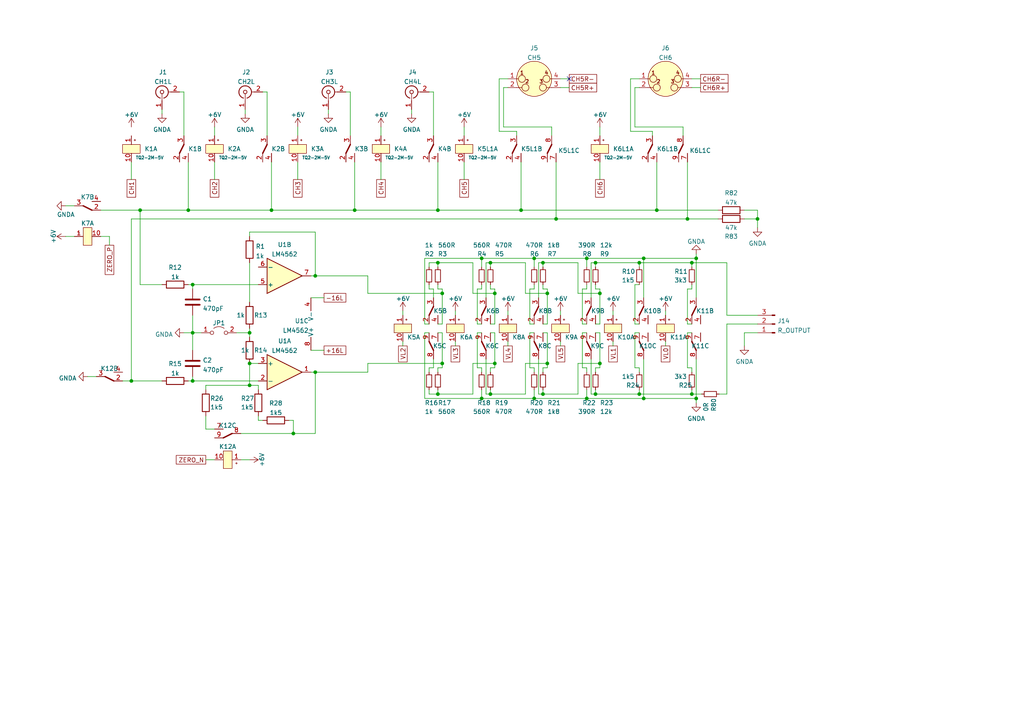
<source format=kicad_sch>
(kicad_sch (version 20211123) (generator eeschema)
  (paper "A4")
  (lib_symbols
    (symbol "Amplifier_Operational:LM4562" (pin_names (offset 0.127))
      (property "Reference" "U" (at 0 5.08 0))
      (property "Value" "LM4562" (at 0 -5.08 0))
      (symbol "LM4562_1_1"
        (pin output line (at 7.62 0 180) (length 2.54) (name "~") (number "1"))
        (pin input line (at -7.62 -2.54 0) (length 2.54) (name "-") (number "2"))
        (pin input line (at -7.62 2.54 0) (length 2.54) (name "+") (number "3"))
      )
      (symbol "LM4562_2_1"
        (pin input line (at -7.62 2.54 0) (length 2.54) (name "+") (number "5"))
        (pin input line (at -7.62 -2.54 0) (length 2.54) (name "-") (number "6"))
        (pin output line (at 7.62 0 180) (length 2.54) (name "~") (number "7"))
      )
      (symbol "LM4562_3_1"
        (pin power_in line (at -2.54 -7.62 90) (length 3.81) (name "V-") (number "4"))
        (pin power_in line (at -2.54 7.62 270) (length 3.81) (name "V+") (number "8"))
      )
    )
    (symbol "Connector:Conn_01x03_Male" (pin_names (offset 1.016) hide)
      (property "Reference" "J" (at 0 5.08 0))
      (property "Value" "Conn_01x03_Male" (at 0 -5.08 0))
      (symbol "Conn_01x03_Male_1_1"
        (pin passive line (at 5.08 2.54 180) (length 3.81) (name "Pin_1") (number "1"))
        (pin passive line (at 5.08 0 180) (length 3.81) (name "Pin_2") (number "2"))
        (pin passive line (at 5.08 -2.54 180) (length 3.81) (name "Pin_3") (number "3"))
      )
    )
    (symbol "Connector:Conn_Coaxial" (pin_names (offset 1.016) hide)
      (property "Reference" "J" (at 0.254 3.048 0))
      (property "Value" "Conn_Coaxial" (at 2.921 0 90))
      (symbol "Conn_Coaxial_1_1"
        (pin passive line (at -5.08 0 0) (length 2.54) (name "In") (number "1"))
        (pin passive line (at 0 -5.08 90) (length 2.54) (name "Ext") (number "2"))
      )
    )
    (symbol "Connector:XLR4" (pin_names hide)
      (property "Reference" "J" (at 0 8.89 0))
      (property "Value" "XLR4" (at 0 6.35 0))
      (symbol "XLR4_0_1"
        (text "1" (at -3.556 1.778 0) (effects (font (size 1.016 1.016) bold)))
        (text "2" (at -2.032 -0.762 0) (effects (font (size 1.016 1.016) bold)))
        (text "3" (at 2.032 -0.762 0) (effects (font (size 1.016 1.016) bold)))
        (text "4" (at 3.556 1.778 0) (effects (font (size 1.016 1.016) bold)))
      )
      (symbol "XLR4_1_1"
        (pin passive line (at -7.62 0 0) (length 2.54) (name "~") (number "1"))
        (pin passive line (at -7.62 -2.54 0) (length 2.54) (name "~") (number "2"))
        (pin passive line (at 7.62 -2.54 180) (length 2.54) (name "~") (number "3"))
        (pin passive line (at 7.62 0 180) (length 2.54) (name "~") (number "4"))
      )
    )
    (symbol "Device:C" (pin_numbers hide) (pin_names (offset 0.254))
      (property "Reference" "C" (at 0.635 2.54 0))
      (property "Value" "C" (at 0.635 -2.54 0))
      (symbol "C_1_1"
        (pin passive line (at 0 3.81 270) (length 2.794) (name "~") (number "1"))
        (pin passive line (at 0 -3.81 90) (length 2.794) (name "~") (number "2"))
      )
    )
    (symbol "Device:R" (pin_numbers hide) (pin_names (offset 0))
      (property "Reference" "R" (at 2.032 0 90))
      (property "Value" "R" (at 0 0 90))
      (symbol "R_1_1"
        (pin passive line (at 0 3.81 270) (length 1.27) (name "~") (number "1"))
        (pin passive line (at 0 -3.81 90) (length 1.27) (name "~") (number "2"))
      )
    )
    (symbol "Device:R_Small" (pin_numbers hide) (pin_names (offset 0.254) hide)
      (property "Reference" "R" (at 0.762 0.508 0))
      (property "Value" "R_Small" (at 0.762 -1.016 0))
      (symbol "R_Small_1_1"
        (pin passive line (at 0 2.54 270) (length 0.762) (name "~") (number "1"))
        (pin passive line (at 0 -2.54 90) (length 0.762) (name "~") (number "2"))
      )
    )
    (symbol "Jumper:Jumper_2_Open" (pin_names (offset 0) hide)
      (property "Reference" "JP" (at 0 2.794 0))
      (property "Value" "Jumper_2_Open" (at 0 -2.286 0))
      (symbol "Jumper_2_Open_1_1"
        (pin passive line (at -5.08 0 0) (length 2.54) (name "A") (number "1"))
        (pin passive line (at 5.08 0 180) (length 2.54) (name "B") (number "2"))
      )
    )
    (symbol "pinny:TQ2-2M-5V"
      (property "Reference" "K" (at 23.495 -10.16 0))
      (property "Value" "TQ2-2M-5V" (at 25.146 -15.24 0))
      (symbol "TQ2-2M-5V_1_1"
        (pin passive line (at 20.32 -8.89 270) (length 2.54) (name "") (number "1"))
        (pin passive line (at 20.32 -16.51 90) (length 2.54) (name "~") (number "10"))
      )
      (symbol "TQ2-2M-5V_2_1"
        (pin passive line (at 19.05 -16.51 90) (length 2.54) (name "") (number "2"))
        (pin passive line (at 20.32 -8.89 270) (length 2.54) (name "") (number "3"))
        (pin passive line (at 21.59 -16.51 90) (length 2.54) (name "") (number "4"))
      )
      (symbol "TQ2-2M-5V_3_1"
        (pin passive line (at 21.59 -16.51 90) (length 2.54) (name "") (number "7"))
        (pin passive line (at 20.32 -8.89 270) (length 2.54) (name "") (number "8"))
        (pin passive line (at 19.05 -16.51 90) (length 2.54) (name "") (number "9"))
      )
    )
    (symbol "power:+6V" (power) (pin_names (offset 0))
      (property "Value" "+6V" (at 0 3.556 0))
      (symbol "+6V_1_1"
        (pin power_in line (at 0 0 90) (length 0) hide (name "+6V") (number "1"))
      )
    )
    (symbol "power:GNDA" (power) (pin_names (offset 0))
      (property "Value" "GNDA" (at 0 -3.81 0))
      (symbol "GNDA_1_1"
        (pin power_in line (at 0 0 270) (length 0) hide (name "GNDA") (number "1"))
      )
    )
  )
  (junction (at 173.99 85.09))
  (junction (at 55.88 82.55))
  (junction (at 200.66 76.2))
  (junction (at 219.71 63.5))
  (junction (at 72.39 105.41))
  (junction (at 127 60.96))
  (junction (at 142.24 76.2))
  (junction (at 55.88 96.52))
  (junction (at 102.87 60.96))
  (junction (at 54.61 60.96))
  (junction (at 85.09 125.73))
  (junction (at 186.69 115.57))
  (junction (at 186.69 74.93))
  (junction (at 78.74 60.96))
  (junction (at 91.44 107.95))
  (junction (at 143.51 85.09))
  (junction (at 199.39 63.5))
  (junction (at 161.29 63.5))
  (junction (at 154.94 115.57))
  (junction (at 173.99 105.41))
  (junction (at 127 76.2))
  (junction (at 72.39 96.52))
  (junction (at 157.48 76.2))
  (junction (at 91.44 80.01))
  (junction (at 72.39 111.76))
  (junction (at 200.66 114.3))
  (junction (at 40.64 60.96))
  (junction (at 55.88 110.49))
  (junction (at 151.13 60.96))
  (junction (at 139.7 74.93))
  (junction (at 139.7 115.57))
  (junction (at 128.27 105.41))
  (junction (at 170.18 74.93))
  (junction (at 190.5 60.96))
  (junction (at 127 114.3))
  (junction (at 154.94 74.93))
  (junction (at 128.27 85.09))
  (junction (at 201.93 74.93))
  (junction (at 185.42 114.3))
  (junction (at 172.72 114.3))
  (junction (at 157.48 114.3))
  (junction (at 143.51 105.41))
  (junction (at 172.72 76.2))
  (junction (at 170.18 115.57))
  (junction (at 38.1 110.49))
  (junction (at 158.75 85.09))
  (junction (at 185.42 76.2))
  (junction (at 142.24 114.3))
  (junction (at 201.93 115.57))
  (junction (at 158.75 105.41))
  (no_connect (at 165.1 22.86))
  (wire (pts (xy 72.39 111.76) (xy 74.93 111.76)))
  (wire (pts (xy 124.46 26.67) (xy 125.73 26.67)))
  (wire (pts (xy 128.27 93.98) (xy 128.27 85.09)))
  (wire (pts (xy 19.05 68.58) (xy 21.59 68.58)))
  (wire (pts (xy 55.88 82.55) (xy 74.93 82.55)))
  (wire (pts (xy 72.39 105.41) (xy 72.39 111.76)))
  (wire (pts (xy 123.19 96.52) (xy 124.46 96.52)))
  (wire (pts (xy 185.42 106.68) (xy 185.42 107.95)))
  (wire (pts (xy 138.43 93.98) (xy 138.43 83.82)))
  (wire (pts (xy 106.68 85.09) (xy 106.68 80.01)))
  (wire (pts (xy 85.09 125.73) (xy 69.85 125.73)))
  (wire (pts (xy 170.18 107.95) (xy 170.18 106.68)))
  (wire (pts (xy 85.09 121.92) (xy 85.09 125.73)))
  (wire (pts (xy 219.71 96.52) (xy 215.9 96.52)))
  (wire (pts (xy 38.1 110.49) (xy 38.1 63.5)))
  (wire (pts (xy 139.7 96.52) (xy 138.43 96.52)))
  (wire (pts (xy 106.68 107.95) (xy 91.44 107.95)))
  (wire (pts (xy 185.42 22.86) (xy 182.88 22.86)))
  (wire (pts (xy 158.75 96.52) (xy 157.48 96.52)))
  (wire (pts (xy 125.73 26.67) (xy 125.73 39.37)))
  (wire (pts (xy 219.71 63.5) (xy 219.71 66.04)))
  (wire (pts (xy 184.15 96.52) (xy 184.15 106.68)))
  (wire (pts (xy 143.51 83.82) (xy 143.51 85.09)))
  (wire (pts (xy 128.27 106.68) (xy 127 106.68)))
  (wire (pts (xy 86.36 36.83) (xy 86.36 39.37)))
  (wire (pts (xy 144.78 38.1) (xy 149.86 38.1)))
  (wire (pts (xy 147.32 99.06) (xy 147.32 100.33)))
  (wire (pts (xy 189.23 38.1) (xy 189.23 39.37)))
  (wire (pts (xy 52.07 26.67) (xy 53.34 26.67)))
  (wire (pts (xy 110.49 36.83) (xy 110.49 39.37)))
  (wire (pts (xy 143.51 85.09) (xy 143.51 93.98)))
  (wire (pts (xy 190.5 60.96) (xy 151.13 60.96)))
  (wire (pts (xy 38.1 46.99) (xy 38.1 52.07)))
  (wire (pts (xy 127 114.3) (xy 137.16 114.3)))
  (wire (pts (xy 62.23 46.99) (xy 62.23 52.07)))
  (wire (pts (xy 172.72 82.55) (xy 172.72 83.82)))
  (wire (pts (xy 128.27 83.82) (xy 127 83.82)))
  (wire (pts (xy 200.66 76.2) (xy 210.82 76.2)))
  (wire (pts (xy 127 106.68) (xy 127 107.95)))
  (wire (pts (xy 201.93 104.14) (xy 201.93 115.57)))
  (wire (pts (xy 139.7 82.55) (xy 139.7 83.82)))
  (wire (pts (xy 53.34 26.67) (xy 53.34 39.37)))
  (wire (pts (xy 170.18 115.57) (xy 154.94 115.57)))
  (wire (pts (xy 68.58 96.52) (xy 72.39 96.52)))
  (wire (pts (xy 140.97 76.2) (xy 142.24 76.2)))
  (wire (pts (xy 172.72 76.2) (xy 185.42 76.2)))
  (wire (pts (xy 158.75 85.09) (xy 158.75 83.82)))
  (wire (pts (xy 153.67 93.98) (xy 153.67 83.82)))
  (wire (pts (xy 144.78 22.86) (xy 144.78 38.1)))
  (wire (pts (xy 72.39 96.52) (xy 72.39 97.79)))
  (wire (pts (xy 46.99 110.49) (xy 38.1 110.49)))
  (wire (pts (xy 143.51 106.68) (xy 143.51 105.41)))
  (wire (pts (xy 138.43 106.68) (xy 139.7 106.68)))
  (wire (pts (xy 54.61 110.49) (xy 55.88 110.49)))
  (wire (pts (xy 154.94 96.52) (xy 153.67 96.52)))
  (wire (pts (xy 184.15 36.83) (xy 198.12 36.83)))
  (wire (pts (xy 186.69 104.14) (xy 186.69 115.57)))
  (wire (pts (xy 158.75 106.68) (xy 158.75 105.41)))
  (wire (pts (xy 125.73 104.14) (xy 125.73 106.68)))
  (wire (pts (xy 142.24 93.98) (xy 143.51 93.98)))
  (wire (pts (xy 157.48 76.2) (xy 157.48 77.47)))
  (wire (pts (xy 143.51 105.41) (xy 143.51 96.52)))
  (wire (pts (xy 46.99 82.55) (xy 40.64 82.55)))
  (wire (pts (xy 31.75 68.58) (xy 31.75 71.12)))
  (wire (pts (xy 186.69 74.93) (xy 201.93 74.93)))
  (wire (pts (xy 219.71 91.44) (xy 210.82 91.44)))
  (wire (pts (xy 139.7 93.98) (xy 138.43 93.98)))
  (wire (pts (xy 199.39 63.5) (xy 208.28 63.5)))
  (wire (pts (xy 215.9 60.96) (xy 219.71 60.96)))
  (wire (pts (xy 127 76.2) (xy 127 77.47)))
  (wire (pts (xy 125.73 106.68) (xy 124.46 106.68)))
  (wire (pts (xy 167.64 114.3) (xy 157.48 114.3)))
  (wire (pts (xy 55.88 96.52) (xy 58.42 96.52)))
  (wire (pts (xy 124.46 76.2) (xy 127 76.2)))
  (wire (pts (xy 140.97 86.36) (xy 140.97 76.2)))
  (wire (pts (xy 152.4 114.3) (xy 152.4 105.41)))
  (wire (pts (xy 90.17 107.95) (xy 91.44 107.95)))
  (wire (pts (xy 116.84 90.17) (xy 116.84 91.44)))
  (wire (pts (xy 102.87 46.99) (xy 102.87 60.96)))
  (wire (pts (xy 132.08 90.17) (xy 132.08 91.44)))
  (wire (pts (xy 83.82 121.92) (xy 85.09 121.92)))
  (wire (pts (xy 184.15 106.68) (xy 185.42 106.68)))
  (wire (pts (xy 156.21 86.36) (xy 156.21 76.2)))
  (wire (pts (xy 157.48 83.82) (xy 157.48 82.55)))
  (wire (pts (xy 78.74 46.99) (xy 78.74 60.96)))
  (wire (pts (xy 147.32 90.17) (xy 147.32 91.44)))
  (wire (pts (xy 173.99 83.82) (xy 172.72 83.82)))
  (wire (pts (xy 172.72 114.3) (xy 172.72 113.03)))
  (wire (pts (xy 219.71 93.98) (xy 210.82 93.98)))
  (wire (pts (xy 199.39 46.99) (xy 199.39 63.5)))
  (wire (pts (xy 55.88 110.49) (xy 74.93 110.49)))
  (wire (pts (xy 86.36 46.99) (xy 86.36 52.07)))
  (wire (pts (xy 91.44 67.31) (xy 72.39 67.31)))
  (wire (pts (xy 162.56 22.86) (xy 165.1 22.86)))
  (wire (pts (xy 142.24 82.55) (xy 142.24 83.82)))
  (wire (pts (xy 54.61 46.99) (xy 54.61 60.96)))
  (wire (pts (xy 158.75 83.82) (xy 157.48 83.82)))
  (wire (pts (xy 143.51 105.41) (xy 137.16 105.41)))
  (wire (pts (xy 128.27 105.41) (xy 128.27 106.68)))
  (wire (pts (xy 173.99 85.09) (xy 167.64 85.09)))
  (wire (pts (xy 173.99 105.41) (xy 173.99 106.68)))
  (wire (pts (xy 142.24 114.3) (xy 152.4 114.3)))
  (wire (pts (xy 200.66 96.52) (xy 199.39 96.52)))
  (wire (pts (xy 76.2 121.92) (xy 74.93 121.92)))
  (wire (pts (xy 72.39 67.31) (xy 72.39 68.58)))
  (wire (pts (xy 100.33 26.67) (xy 101.6 26.67)))
  (wire (pts (xy 142.24 107.95) (xy 142.24 106.68)))
  (wire (pts (xy 184.15 82.55) (xy 185.42 82.55)))
  (wire (pts (xy 127 60.96) (xy 102.87 60.96)))
  (wire (pts (xy 101.6 26.67) (xy 101.6 39.37)))
  (wire (pts (xy 138.43 83.82) (xy 139.7 83.82)))
  (wire (pts (xy 208.5702 114.3) (xy 210.82 114.3)))
  (wire (pts (xy 185.42 96.52) (xy 184.15 96.52)))
  (wire (pts (xy 210.82 93.98) (xy 210.82 114.3)))
  (wire (pts (xy 190.5 46.99) (xy 190.5 60.96)))
  (wire (pts (xy 154.94 74.93) (xy 170.18 74.93)))
  (wire (pts (xy 171.45 104.14) (xy 171.45 114.3)))
  (wire (pts (xy 173.99 93.98) (xy 173.99 85.09)))
  (wire (pts (xy 140.97 114.3) (xy 142.24 114.3)))
  (wire (pts (xy 200.66 22.86) (xy 203.2 22.86)))
  (wire (pts (xy 152.4 105.41) (xy 158.75 105.41)))
  (wire (pts (xy 154.94 113.03) (xy 154.94 115.57)))
  (wire (pts (xy 171.45 86.36) (xy 171.45 76.2)))
  (wire (pts (xy 146.05 36.83) (xy 160.02 36.83)))
  (wire (pts (xy 156.21 114.3) (xy 157.48 114.3)))
  (wire (pts (xy 153.67 83.82) (xy 154.94 83.82)))
  (wire (pts (xy 110.49 46.99) (xy 110.49 52.07)))
  (wire (pts (xy 134.62 46.99) (xy 134.62 52.07)))
  (wire (pts (xy 201.93 115.57) (xy 186.69 115.57)))
  (wire (pts (xy 123.19 93.98) (xy 123.19 74.93)))
  (wire (pts (xy 139.7 74.93) (xy 154.94 74.93)))
  (wire (pts (xy 127 96.52) (xy 128.27 96.52)))
  (wire (pts (xy 132.08 99.06) (xy 132.08 100.33)))
  (wire (pts (xy 106.68 105.41) (xy 106.68 107.95)))
  (wire (pts (xy 172.72 93.98) (xy 173.99 93.98)))
  (wire (pts (xy 185.42 76.2) (xy 200.66 76.2)))
  (wire (pts (xy 128.27 105.41) (xy 106.68 105.41)))
  (wire (pts (xy 55.88 82.55) (xy 55.88 83.82)))
  (wire (pts (xy 72.39 105.41) (xy 74.93 105.41)))
  (wire (pts (xy 90.17 101.6) (xy 93.98 101.6)))
  (wire (pts (xy 149.86 38.1) (xy 149.86 39.37)))
  (wire (pts (xy 172.72 76.2) (xy 172.72 77.47)))
  (wire (pts (xy 184.15 25.4) (xy 184.15 36.83)))
  (wire (pts (xy 102.87 60.96) (xy 78.74 60.96)))
  (wire (pts (xy 59.69 133.35) (xy 62.23 133.35)))
  (wire (pts (xy 151.13 60.96) (xy 127 60.96)))
  (wire (pts (xy 91.44 80.01) (xy 91.44 67.31)))
  (wire (pts (xy 106.68 80.01) (xy 91.44 80.01)))
  (wire (pts (xy 154.94 106.68) (xy 154.94 107.95)))
  (wire (pts (xy 161.29 46.99) (xy 161.29 63.5)))
  (wire (pts (xy 152.4 85.09) (xy 158.75 85.09)))
  (wire (pts (xy 77.47 26.67) (xy 76.2 26.67)))
  (wire (pts (xy 200.66 76.2) (xy 200.66 77.47)))
  (wire (pts (xy 171.45 114.3) (xy 172.72 114.3)))
  (wire (pts (xy 139.7 115.57) (xy 123.19 115.57)))
  (wire (pts (xy 59.69 113.03) (xy 59.69 111.76)))
  (wire (pts (xy 127 46.99) (xy 127 60.96)))
  (wire (pts (xy 173.99 96.52) (xy 173.99 105.41)))
  (wire (pts (xy 201.93 86.36) (xy 201.93 74.93)))
  (wire (pts (xy 184.15 93.98) (xy 184.15 82.55)))
  (wire (pts (xy 167.64 76.2) (xy 157.48 76.2)))
  (wire (pts (xy 168.91 83.82) (xy 168.91 93.98)))
  (wire (pts (xy 160.02 36.83) (xy 160.02 39.37)))
  (wire (pts (xy 142.24 83.82) (xy 143.51 83.82)))
  (wire (pts (xy 151.13 46.99) (xy 151.13 60.96)))
  (wire (pts (xy 142.24 114.3) (xy 142.24 113.03)))
  (wire (pts (xy 90.17 80.01) (xy 91.44 80.01)))
  (wire (pts (xy 147.32 25.4) (xy 146.05 25.4)))
  (wire (pts (xy 124.46 82.55) (xy 124.46 83.82)))
  (wire (pts (xy 157.48 93.98) (xy 158.75 93.98)))
  (wire (pts (xy 124.46 77.47) (xy 124.46 76.2)))
  (wire (pts (xy 59.69 124.46) (xy 59.69 120.65)))
  (wire (pts (xy 19.05 59.69) (xy 21.59 59.69)))
  (wire (pts (xy 142.24 76.2) (xy 152.4 76.2)))
  (wire (pts (xy 143.51 96.52) (xy 142.24 96.52)))
  (wire (pts (xy 74.93 121.92) (xy 74.93 120.65)))
  (wire (pts (xy 162.56 99.06) (xy 162.56 100.33)))
  (wire (pts (xy 62.23 36.83) (xy 62.23 39.37)))
  (wire (pts (xy 170.18 74.93) (xy 186.69 74.93)))
  (wire (pts (xy 171.45 76.2) (xy 172.72 76.2)))
  (wire (pts (xy 54.61 82.55) (xy 55.88 82.55)))
  (wire (pts (xy 55.88 109.22) (xy 55.88 110.49)))
  (wire (pts (xy 154.94 93.98) (xy 153.67 93.98)))
  (wire (pts (xy 201.93 115.57) (xy 201.93 116.84)))
  (wire (pts (xy 139.7 74.93) (xy 139.7 77.47)))
  (wire (pts (xy 137.16 85.09) (xy 143.51 85.09)))
  (wire (pts (xy 29.21 68.58) (xy 31.75 68.58)))
  (wire (pts (xy 128.27 96.52) (xy 128.27 105.41)))
  (wire (pts (xy 200.66 113.03) (xy 200.66 114.3)))
  (wire (pts (xy 200.66 25.4) (xy 203.2 25.4)))
  (wire (pts (xy 72.39 76.2) (xy 72.39 87.63)))
  (wire (pts (xy 38.1 63.5) (xy 161.29 63.5)))
  (wire (pts (xy 54.61 60.96) (xy 78.74 60.96)))
  (wire (pts (xy 157.48 106.68) (xy 158.75 106.68)))
  (wire (pts (xy 200.66 114.3) (xy 185.42 114.3)))
  (wire (pts (xy 185.42 76.2) (xy 185.42 77.47)))
  (wire (pts (xy 127 113.03) (xy 127 114.3)))
  (wire (pts (xy 172.72 96.52) (xy 173.99 96.52)))
  (wire (pts (xy 158.75 105.41) (xy 158.75 96.52)))
  (wire (pts (xy 172.72 106.68) (xy 172.72 107.95)))
  (wire (pts (xy 193.04 90.17) (xy 193.04 91.44)))
  (wire (pts (xy 147.32 22.86) (xy 144.78 22.86)))
  (wire (pts (xy 138.43 96.52) (xy 138.43 106.68)))
  (wire (pts (xy 200.66 83.82) (xy 199.39 83.82)))
  (wire (pts (xy 40.64 60.96) (xy 29.21 60.96)))
  (wire (pts (xy 125.73 83.82) (xy 124.46 83.82)))
  (wire (pts (xy 69.85 133.35) (xy 72.39 133.35)))
  (wire (pts (xy 116.84 99.06) (xy 116.84 100.33)))
  (wire (pts (xy 185.42 114.3) (xy 172.72 114.3)))
  (wire (pts (xy 173.99 85.09) (xy 173.99 83.82)))
  (wire (pts (xy 62.23 124.46) (xy 59.69 124.46)))
  (wire (pts (xy 125.73 86.36) (xy 125.73 83.82)))
  (wire (pts (xy 162.56 90.17) (xy 162.56 91.44)))
  (wire (pts (xy 119.38 31.75) (xy 119.38 33.02)))
  (wire (pts (xy 177.8 90.17) (xy 177.8 91.44)))
  (wire (pts (xy 201.93 73.66) (xy 201.93 74.93)))
  (wire (pts (xy 153.67 106.68) (xy 154.94 106.68)))
  (wire (pts (xy 170.18 74.93) (xy 170.18 77.47)))
  (wire (pts (xy 200.66 82.55) (xy 200.66 83.82)))
  (wire (pts (xy 182.88 22.86) (xy 182.88 38.1)))
  (wire (pts (xy 173.99 105.41) (xy 167.64 105.41)))
  (wire (pts (xy 53.34 96.52) (xy 55.88 96.52)))
  (wire (pts (xy 168.91 106.68) (xy 168.91 96.52)))
  (wire (pts (xy 55.88 96.52) (xy 55.88 101.6)))
  (wire (pts (xy 170.18 113.03) (xy 170.18 115.57)))
  (wire (pts (xy 127 93.98) (xy 128.27 93.98)))
  (wire (pts (xy 124.46 106.68) (xy 124.46 107.95)))
  (wire (pts (xy 154.94 115.57) (xy 139.7 115.57)))
  (wire (pts (xy 173.99 106.68) (xy 172.72 106.68)))
  (wire (pts (xy 54.61 60.96) (xy 40.64 60.96)))
  (wire (pts (xy 215.9 63.5) (xy 219.71 63.5)))
  (wire (pts (xy 170.18 106.68) (xy 168.91 106.68)))
  (wire (pts (xy 128.27 85.09) (xy 106.68 85.09)))
  (wire (pts (xy 156.21 104.14) (xy 156.21 114.3)))
  (wire (pts (xy 158.75 85.09) (xy 158.75 93.98)))
  (wire (pts (xy 74.93 111.76) (xy 74.93 113.03)))
  (wire (pts (xy 154.94 82.55) (xy 154.94 83.82)))
  (wire (pts (xy 127 76.2) (xy 137.16 76.2)))
  (wire (pts (xy 177.8 99.06) (xy 177.8 100.33)))
  (wire (pts (xy 137.16 105.41) (xy 137.16 114.3)))
  (wire (pts (xy 142.24 76.2) (xy 142.24 77.47)))
  (wire (pts (xy 137.16 76.2) (xy 137.16 85.09)))
  (wire (pts (xy 123.19 74.93) (xy 139.7 74.93)))
  (wire (pts (xy 59.69 111.76) (xy 72.39 111.76)))
  (wire (pts (xy 124.46 114.3) (xy 127 114.3)))
  (wire (pts (xy 186.69 115.57) (xy 170.18 115.57)))
  (wire (pts (xy 157.48 107.95) (xy 157.48 106.68)))
  (wire (pts (xy 167.64 85.09) (xy 167.64 76.2)))
  (wire (pts (xy 173.99 36.83) (xy 173.99 39.37)))
  (wire (pts (xy 168.91 96.52) (xy 170.18 96.52)))
  (wire (pts (xy 215.9 96.52) (xy 215.9 100.33)))
  (wire (pts (xy 167.64 105.41) (xy 167.64 114.3)))
  (wire (pts (xy 152.4 76.2) (xy 152.4 85.09)))
  (wire (pts (xy 139.7 106.68) (xy 139.7 107.95)))
  (wire (pts (xy 210.82 91.44) (xy 210.82 76.2)))
  (wire (pts (xy 186.69 74.93) (xy 186.69 86.36)))
  (wire (pts (xy 128.27 85.09) (xy 128.27 83.82)))
  (wire (pts (xy 161.29 63.5) (xy 199.39 63.5)))
  (wire (pts (xy 199.39 93.98) (xy 200.66 93.98)))
  (wire (pts (xy 153.67 96.52) (xy 153.67 106.68)))
  (wire (pts (xy 40.64 82.55) (xy 40.64 60.96)))
  (wire (pts (xy 156.21 76.2) (xy 157.48 76.2)))
  (wire (pts (xy 185.42 113.03) (xy 185.42 114.3)))
  (wire (pts (xy 134.62 36.83) (xy 134.62 39.37)))
  (wire (pts (xy 91.44 125.73) (xy 85.09 125.73)))
  (wire (pts (xy 185.42 93.98) (xy 184.15 93.98)))
  (wire (pts (xy 127 82.55) (xy 127 83.82)))
  (wire (pts (xy 72.39 95.25) (xy 72.39 96.52)))
  (wire (pts (xy 200.66 114.3) (xy 203.4902 114.3)))
  (wire (pts (xy 157.48 113.03) (xy 157.48 114.3)))
  (wire (pts (xy 170.18 83.82) (xy 168.91 83.82)))
  (wire (pts (xy 142.24 106.68) (xy 143.51 106.68)))
  (wire (pts (xy 182.88 38.1) (xy 189.23 38.1)))
  (wire (pts (xy 140.97 104.14) (xy 140.97 114.3)))
  (wire (pts (xy 190.5 60.96) (xy 208.28 60.96)))
  (wire (pts (xy 168.91 93.98) (xy 170.18 93.98)))
  (wire (pts (xy 198.12 36.83) (xy 198.12 39.37)))
  (wire (pts (xy 124.46 113.03) (xy 124.46 114.3)))
  (wire (pts (xy 46.99 31.75) (xy 46.99 33.02)))
  (wire (pts (xy 55.88 91.44) (xy 55.88 96.52)))
  (wire (pts (xy 77.47 39.37) (xy 77.47 26.67)))
  (wire (pts (xy 199.39 96.52) (xy 199.39 106.68)))
  (wire (pts (xy 35.56 110.49) (xy 38.1 110.49)))
  (wire (pts (xy 199.39 106.68) (xy 200.66 106.68)))
  (wire (pts (xy 185.42 25.4) (xy 184.15 25.4)))
  (wire (pts (xy 124.46 93.98) (xy 123.19 93.98)))
  (wire (pts (xy 95.25 31.75) (xy 95.25 33.02)))
  (wire (pts (xy 200.66 106.68) (xy 200.66 107.95)))
  (wire (pts (xy 139.7 113.03) (xy 139.7 115.57)))
  (wire (pts (xy 71.12 31.75) (xy 71.12 33.02)))
  (wire (pts (xy 170.18 82.55) (xy 170.18 83.82)))
  (wire (pts (xy 154.94 74.93) (xy 154.94 77.47)))
  (wire (pts (xy 193.04 99.06) (xy 193.04 100.33)))
  (wire (pts (xy 162.56 25.4) (xy 165.1 25.4)))
  (wire (pts (xy 146.05 25.4) (xy 146.05 36.83)))
  (wire (pts (xy 90.17 86.36) (xy 93.98 86.36)))
  (wire (pts (xy 199.39 83.82) (xy 199.39 93.98)))
  (wire (pts (xy 91.44 107.95) (xy 91.44 125.73)))
  (wire (pts (xy 123.19 115.57) (xy 123.19 96.52)))
  (wire (pts (xy 219.71 60.96) (xy 219.71 63.5)))
  (wire (pts (xy 173.99 46.99) (xy 173.99 52.07)))
  (wire (pts (xy 25.4 109.22) (xy 27.94 109.22)))
  (global_label "CH5R-" (shape passive) (at 165.1 22.86 0) (property "Intersheet References" "${INTERSHEET_REFS}" (effects hide)))
  (global_label "CH1" (shape passive) (at 38.1 52.07 270) (property "Intersheet References" "${INTERSHEET_REFS}" (effects hide)))
  (global_label "VL2" (shape passive) (at 116.84 100.33 270) (property "Intersheet References" "${INTERSHEET_REFS}" (effects hide)))
  (global_label "CH5R+" (shape passive) (at 165.1 25.4 0) (property "Intersheet References" "${INTERSHEET_REFS}" (effects hide)))
  (global_label "+16L" (shape passive) (at 93.98 101.6 0) (property "Intersheet References" "${INTERSHEET_REFS}" (effects hide)))
  (global_label "CH2" (shape passive) (at 62.23 52.07 270) (property "Intersheet References" "${INTERSHEET_REFS}" (effects hide)))
  (global_label "CH3" (shape passive) (at 86.36 52.07 270) (property "Intersheet References" "${INTERSHEET_REFS}" (effects hide)))
  (global_label "VL0" (shape passive) (at 193.04 100.33 270) (property "Intersheet References" "${INTERSHEET_REFS}" (effects hide)))
  (global_label "CH4" (shape passive) (at 110.49 52.07 270) (property "Intersheet References" "${INTERSHEET_REFS}" (effects hide)))
  (global_label "VL4" (shape passive) (at 147.32 100.33 270) (property "Intersheet References" "${INTERSHEET_REFS}" (effects hide)))
  (global_label "CH6R+" (shape passive) (at 203.2 25.4 0) (property "Intersheet References" "${INTERSHEET_REFS}" (effects hide)))
  (global_label "CH6R-" (shape passive) (at 203.2 22.86 0) (property "Intersheet References" "${INTERSHEET_REFS}" (effects hide)))
  (global_label "VL3" (shape passive) (at 132.08 100.33 270) (property "Intersheet References" "${INTERSHEET_REFS}" (effects hide)))
  (global_label "ZERO_N" (shape passive) (at 59.69 133.35 180) (property "Intersheet References" "${INTERSHEET_REFS}" (effects hide)))
  (global_label "CH6" (shape passive) (at 173.99 52.07 270) (property "Intersheet References" "${INTERSHEET_REFS}" (effects hide)))
  (global_label "-16L" (shape passive) (at 93.98 86.36 0) (property "Intersheet References" "${INTERSHEET_REFS}" (effects hide)))
  (global_label "ZERO_P" (shape passive) (at 31.75 71.12 270) (property "Intersheet References" "${INTERSHEET_REFS}" (effects hide)))
  (global_label "VL5" (shape passive) (at 162.56 100.33 270) (property "Intersheet References" "${INTERSHEET_REFS}" (effects hide)))
  (global_label "CH5" (shape passive) (at 134.62 52.07 270) (property "Intersheet References" "${INTERSHEET_REFS}" (effects hide)))
  (global_label "VL1" (shape passive) (at 177.8 100.33 270) (property "Intersheet References" "${INTERSHEET_REFS}" (effects hide)))
  (symbol (lib_id "power:GNDA") (at 19.05 59.69 270) (unit 1)
    (property "Reference" "#PWR011" (effects hide))
    (property "Value" "GNDA" (at 16.51 62.23 90) (effects (justify left)))
  )
  (symbol (lib_id "Device:R_Small") (at 172.72 110.49 0) (unit 1)
    (property "Reference" "R23" (at 173.99 116.84 0) (effects (justify left)))
    (property "Value" "12k" (at 173.99 119.38 0) (effects (justify left)))
    (property "Footprint" "Resistor_SMD:R_MELF_MMB-0207" (effects hide))
    (property "Farnell part number" "	2838151" (effects hide))
  )
  (symbol (lib_id "pinny:TQ2-2M-5V") (at 105.41 77.47 0) (unit 2)
    (property "Reference" "K5" (at 125.73 90.17 0) (effects (justify left)))
    (property "Value" "TQ2-2M-5V" (effects hide))
    (property "Footprint" "SnapEDA Library:TQ2-5V" (effects hide))
  )
  (symbol (lib_id "power:GNDA") (at 201.93 73.66 180) (unit 1)
    (property "Reference" "#PWR014" (effects hide))
    (property "Value" "GNDA" (at 201.93 70.0555 0))
  )
  (symbol (lib_id "pinny:TQ2-2M-5V") (at 129.54 30.48 0) (unit 2)
    (property "Reference" "K5L1" (at 151.13 43.18 0) (effects (justify left)))
    (property "Value" "TQ2-2M-5V" (effects hide))
    (property "Footprint" "SnapEDA Library:TQ2-5V" (effects hide))
  )
  (symbol (lib_id "Connector:Conn_Coaxial") (at 46.99 26.67 90) (unit 1)
    (property "Reference" "J1" (at 47.2832 20.9253 90))
    (property "Value" "CH1L" (at 47.2832 23.7004 90))
    (property "Footprint" "Connector_Wire:SolderWire-0.1sqmm_1x02_P3.6mm_D0.4mm_OD1mm" (effects hide))
    (property "Datasheet" " ~" (effects hide))
  )
  (symbol (lib_id "pinny:TQ2-2M-5V") (at 139.7 30.48 0) (unit 3)
    (property "Reference" "K5L1" (at 161.925 43.659 0) (effects (justify left)))
    (property "Value" "TQ2-2M-5V" (effects hide))
    (property "Footprint" "SnapEDA Library:TQ2-5V" (effects hide))
  )
  (symbol (lib_id "Amplifier_Operational:LM4562") (at 92.71 93.98 0) (mirror x) (unit 3)
    (property "Reference" "U1" (at 89.535 93.0715 0) (effects (justify right)))
    (property "Value" "LM4562" (at 89.535 95.8466 0) (effects (justify right)))
    (property "Footprint" "Package_DIP:DIP-8_W7.62mm_Socket" (effects hide))
    (property "Datasheet" "http://www.ti.com/lit/ds/symlink/lm4562.pdf" (effects hide))
    (property "Farnell part number" "	3116891" (effects hide))
  )
  (symbol (lib_id "Device:R") (at 72.39 101.6 0) (unit 1)
    (property "Reference" "R14" (at 73.66 101.6 0) (effects (justify left)))
    (property "Value" "1k" (at 69.85 101.6 0) (effects (justify left)))
    (property "Footprint" "Resistor_SMD:R_MELF_MMB-0207" (effects hide))
    (property "Farnell part number" "	3086847" (effects hide))
  )
  (symbol (lib_id "Device:R_Small") (at 170.18 110.49 0) (unit 1)
    (property "Reference" "R22" (at 168.91 116.84 0) (effects (justify left)))
    (property "Value" "390R" (at 167.64 119.38 0) (effects (justify left)))
    (property "Footprint" "Resistor_SMD:R_MELF_MMB-0207" (effects hide))
    (property "Farnell part number" "	3086793" (effects hide))
  )
  (symbol (lib_id "pinny:TQ2-2M-5V") (at 153.67 30.48 0) (unit 1)
    (property "Reference" "K6L1" (at 177.8 43.18 0) (effects (justify left)))
    (property "Value" "TQ2-2M-5V" (at 175.26 45.72 0) (effects (font (size 0.87 0.87)) (justify left)))
    (property "Footprint" "SnapEDA Library:TQ2-5V" (effects hide))
  )
  (symbol (lib_id "Device:R") (at 74.93 116.84 0) (unit 1)
    (property "Reference" "R27" (at 69.85 115.57 0) (effects (justify left)))
    (property "Value" "1k5" (at 69.85 118.11 0) (effects (justify left)))
    (property "Footprint" "Resistor_SMD:R_MELF_MMB-0207" (effects hide))
    (property "Farnell part number" "	3086860" (effects hide))
  )
  (symbol (lib_id "Device:R_Small") (at 139.7 110.49 0) (unit 1)
    (property "Reference" "R18" (at 138.43 116.84 0) (effects (justify left)))
    (property "Value" "560R" (at 137.16 119.38 0) (effects (justify left)))
    (property "Footprint" "Resistor_SMD:R_MELF_MMB-0207" (effects hide))
    (property "Farnell part number" "	3086811" (effects hide))
  )
  (symbol (lib_id "pinny:TQ2-2M-5V") (at 78.74 113.03 270) (unit 1)
    (property "Reference" "K12" (at 66.04 129.54 90))
    (property "Value" "TQ2-2M-5V" (effects hide))
    (property "Footprint" "SnapEDA Library:TQ2-5V" (effects hide))
  )
  (symbol (lib_id "pinny:TQ2-2M-5V") (at 181.61 113.03 0) (mirror x) (unit 3)
    (property "Reference" "K11" (at 205.74 100.33 0) (effects (justify right)))
    (property "Value" "TQ2-2M-5V" (effects hide))
    (property "Footprint" "SnapEDA Library:TQ2-5V" (effects hide))
  )
  (symbol (lib_id "pinny:TQ2-2M-5V") (at 177.8 30.48 0) (unit 3)
    (property "Reference" "K6L1" (at 200.025 43.659 0) (effects (justify left)))
    (property "Value" "TQ2-2M-5V" (effects hide))
    (property "Footprint" "SnapEDA Library:TQ2-5V" (effects hide))
  )
  (symbol (lib_id "pinny:TQ2-2M-5V") (at 78.74 146.05 270) (mirror x) (unit 3)
    (property "Reference" "K12" (at 66.04 123.3955 90))
    (property "Value" "TQ2-2M-5V" (effects hide))
    (property "Footprint" "SnapEDA Library:TQ2-5V" (effects hide))
  )
  (symbol (lib_id "Device:R_Small") (at 172.72 80.01 0) (unit 1)
    (property "Reference" "R9" (at 173.99 73.66 0) (effects (justify left)))
    (property "Value" "12k" (at 173.99 71.12 0) (effects (justify left)))
    (property "Footprint" "Resistor_SMD:R_MELF_MMB-0207" (effects hide))
    (property "Farnell part number" "	2838151" (effects hide))
  )
  (symbol (lib_id "pinny:TQ2-2M-5V") (at 57.15 30.48 0) (unit 2)
    (property "Reference" "K2" (at 78.74 43.18 0) (effects (justify left)))
    (property "Value" "TQ2-2M-5V" (effects hide))
    (property "Footprint" "SnapEDA Library:TQ2-5V" (effects hide))
  )
  (symbol (lib_id "Device:R") (at 212.09 60.96 90) (unit 1)
    (property "Reference" "R82" (at 212.09 55.9775 90))
    (property "Value" "47k" (at 212.09 58.7526 90))
    (property "Footprint" "Resistor_SMD:R_MELF_MMB-0207" (effects hide))
    (property "Farnell part number" "	2838229" (effects hide))
  )
  (symbol (lib_id "Device:R") (at 72.39 72.39 180) (unit 1)
    (property "Reference" "R1" (at 74.168 71.4815 0) (effects (justify right)))
    (property "Value" "1k" (at 74.168 74.2566 0) (effects (justify right)))
    (property "Footprint" "Resistor_SMD:R_MELF_MMB-0207" (effects hide))
    (property "Farnell part number" "	3086847" (effects hide))
  )
  (symbol (lib_id "pinny:TQ2-2M-5V") (at 127 82.55 0) (unit 1)
    (property "Reference" "K8" (at 148.59 97.79 0) (effects (justify left)))
    (property "Value" "TQ2-2M-5V" (effects hide))
    (property "Footprint" "SnapEDA Library:TQ2-5V" (effects hide))
  )
  (symbol (lib_id "pinny:TQ2-2M-5V") (at 12.7 80.01 90) (unit 2)
    (property "Reference" "K7" (at 25.4 57.15 90))
    (property "Value" "TQ2-2M-5V" (effects hide))
    (property "Footprint" "SnapEDA Library:TQ2-5V" (effects hide))
  )
  (symbol (lib_id "Connector:Conn_Coaxial") (at 119.38 26.67 90) (unit 1)
    (property "Reference" "J4" (at 119.6732 20.9253 90))
    (property "Value" "CH4L" (at 119.6732 23.7004 90))
    (property "Footprint" "Connector_Wire:SolderWire-0.1sqmm_1x02_P3.6mm_D0.4mm_OD1mm" (effects hide))
    (property "Datasheet" " ~" (effects hide))
  )
  (symbol (lib_id "pinny:TQ2-2M-5V") (at 168.91 30.48 0) (unit 2)
    (property "Reference" "K6L1" (at 190.5 43.18 0) (effects (justify left)))
    (property "Value" "TQ2-2M-5V" (effects hide))
    (property "Footprint" "SnapEDA Library:TQ2-5V" (effects hide))
  )
  (symbol (lib_id "power:GNDA") (at 201.93 116.84 0) (unit 1)
    (property "Reference" "#PWR023" (effects hide))
    (property "Value" "GNDA" (at 201.93 121.4025 0))
  )
  (symbol (lib_id "Connector:Conn_01x03_Male") (at 224.79 93.98 180) (unit 1)
    (property "Reference" "J14" (at 225.5012 93.0715 0) (effects (justify right)))
    (property "Value" "R_OUTPUT" (at 225.5012 95.8466 0) (effects (justify right)))
    (property "Footprint" "Connector_JST:JST_EH_B3B-EH-A_1x03_P2.50mm_Vertical" (effects hide))
    (property "Farnell part number" "CN21573" (effects hide))
  )
  (symbol (lib_id "pinny:TQ2-2M-5V") (at 105.41 113.03 0) (mirror x) (unit 3)
    (property "Reference" "K5" (at 129.54 100.33 0) (effects (justify right)))
    (property "Value" "TQ2-2M-5V" (effects hide))
    (property "Footprint" "SnapEDA Library:TQ2-5V" (effects hide))
  )
  (symbol (lib_id "Device:R") (at 50.8 82.55 90) (unit 1)
    (property "Reference" "R12" (at 50.8 77.5675 90))
    (property "Value" "1k" (at 50.8 80.3426 90))
    (property "Footprint" "Resistor_SMD:R_MELF_MMB-0207" (effects hide))
    (property "Farnell part number" "	3086847" (effects hide))
  )
  (symbol (lib_id "power:+6V") (at 38.1 36.83 0) (unit 1)
    (property "Reference" "#PWR05" (effects hide))
    (property "Value" "+6V" (at 38.1 33.274 0))
  )
  (symbol (lib_id "pinny:TQ2-2M-5V") (at 12.7 88.9 90) (unit 1)
    (property "Reference" "K7" (at 25.4 64.77 90))
    (property "Value" "TQ2-2M-5V" (effects hide))
    (property "Footprint" "SnapEDA Library:TQ2-5V" (effects hide))
  )
  (symbol (lib_id "pinny:TQ2-2M-5V") (at 172.72 82.55 0) (unit 1)
    (property "Reference" "K11" (at 194.31 97.79 0) (effects (justify left)))
    (property "Value" "TQ2-2M-5V" (effects hide))
    (property "Footprint" "SnapEDA Library:TQ2-5V" (effects hide))
  )
  (symbol (lib_id "Device:R_Small") (at 185.42 110.49 0) (unit 1)
    (property "Reference" "R24" (at 181.61 111.76 0) (effects (justify left)))
    (property "Value" "1k5" (at 180.34 109.22 0) (effects (justify left)))
    (property "Footprint" "Resistor_SMD:R_MELF_MMB-0207" (effects hide))
    (property "Farnell part number" "	3086860" (effects hide))
  )
  (symbol (lib_id "power:GNDA") (at 119.38 33.02 0) (unit 1)
    (property "Reference" "#PWR04" (effects hide))
    (property "Value" "GNDA" (at 119.38 37.5825 0))
  )
  (symbol (lib_id "power:GNDA") (at 53.34 96.52 270) (unit 1)
    (property "Reference" "#PWR021" (effects hide))
    (property "Value" "GNDA" (at 50.165 96.999 90) (effects (justify right)))
  )
  (symbol (lib_id "power:+6V") (at 147.32 90.17 0) (unit 1)
    (property "Reference" "#PWR017" (effects hide))
    (property "Value" "+6V" (at 147.32 86.614 0))
  )
  (symbol (lib_id "pinny:TQ2-2M-5V") (at 135.89 77.47 0) (unit 2)
    (property "Reference" "K8" (at 156.21 90.17 0) (effects (justify left)))
    (property "Value" "TQ2-2M-5V" (effects hide))
    (property "Footprint" "SnapEDA Library:TQ2-5V" (effects hide))
  )
  (symbol (lib_id "Device:R_Small") (at 154.94 80.01 0) (unit 1)
    (property "Reference" "R6" (at 153.67 73.66 0) (effects (justify left)))
    (property "Value" "470R" (at 152.4 71.12 0) (effects (justify left)))
    (property "Footprint" "Resistor_SMD:R_MELF_MMB-0207" (effects hide))
    (property "Farnell part number" "	3086800" (effects hide))
  )
  (symbol (lib_id "pinny:TQ2-2M-5V") (at 120.65 113.03 0) (mirror x) (unit 3)
    (property "Reference" "K6" (at 144.78 100.33 0) (effects (justify right)))
    (property "Value" "TQ2-2M-5V" (effects hide))
    (property "Footprint" "SnapEDA Library:TQ2-5V" (effects hide))
  )
  (symbol (lib_id "Device:R") (at 72.39 91.44 0) (unit 1)
    (property "Reference" "R13" (at 73.66 91.44 0) (effects (justify left)))
    (property "Value" "1k" (at 68.58 91.44 0) (effects (justify left)))
    (property "Footprint" "Resistor_SMD:R_MELF_MMB-0207" (effects hide))
    (property "Farnell part number" "	3086847" (effects hide))
  )
  (symbol (lib_id "Device:R") (at 80.01 121.92 270) (unit 1)
    (property "Reference" "R28" (at 80.01 116.9375 90))
    (property "Value" "1k5" (at 80.01 119.7126 90))
    (property "Footprint" "Resistor_SMD:R_MELF_MMB-0207" (effects hide))
    (property "Farnell part number" "	3086860" (effects hide))
  )
  (symbol (lib_id "power:+6V") (at 62.23 36.83 0) (unit 1)
    (property "Reference" "#PWR06" (effects hide))
    (property "Value" "+6V" (at 62.23 33.274 0))
  )
  (symbol (lib_id "Device:R") (at 50.8 110.49 90) (unit 1)
    (property "Reference" "R15" (at 50.8 105.5075 90))
    (property "Value" "1k" (at 50.8 108.2826 90))
    (property "Footprint" "Resistor_SMD:R_MELF_MMB-0207" (effects hide))
    (property "Farnell part number" "	3086847" (effects hide))
  )
  (symbol (lib_id "Device:R_Small") (at 170.18 80.01 0) (unit 1)
    (property "Reference" "R8" (at 168.91 73.66 0) (effects (justify left)))
    (property "Value" "390R" (at 167.64 71.12 0) (effects (justify left)))
    (property "Footprint" "Resistor_SMD:R_MELF_MMB-0207" (effects hide))
    (property "Farnell part number" "	3086793" (effects hide))
  )
  (symbol (lib_id "pinny:TQ2-2M-5V") (at 33.02 30.48 0) (unit 2)
    (property "Reference" "K1" (at 54.61 43.18 0) (effects (justify left)))
    (property "Value" "TQ2-2M-5V" (effects hide))
    (property "Footprint" "SnapEDA Library:TQ2-5V" (effects hide))
  )
  (symbol (lib_id "power:+6V") (at 19.05 68.58 90) (unit 1)
    (property "Reference" "#PWR012" (effects hide))
    (property "Value" "+6V" (at 15.494 68.58 0))
  )
  (symbol (lib_id "Device:R_Small") (at 124.46 110.49 0) (unit 1)
    (property "Reference" "R16" (at 123.19 116.84 0) (effects (justify left)))
    (property "Value" "1k" (at 123.19 119.38 0) (effects (justify left)))
    (property "Footprint" "Resistor_SMD:R_MELF_MMB-0207" (effects hide))
    (property "Farnell part number" "	3086847" (effects hide))
  )
  (symbol (lib_id "Device:R_Small") (at 127 110.49 0) (unit 1)
    (property "Reference" "R17" (at 127 116.84 0) (effects (justify left)))
    (property "Value" "560R" (at 127 119.38 0) (effects (justify left)))
    (property "Footprint" "Resistor_SMD:R_MELF_MMB-0207" (effects hide))
    (property "Farnell part number" "	3086811" (effects hide))
  )
  (symbol (lib_id "Jumper:Jumper_2_Open") (at 63.5 96.52 0) (unit 1)
    (property "Reference" "JP1" (at 63.5 93.6775 0))
    (property "Value" "Jumper_2_Open" (effects hide))
    (property "Footprint" "Connector_PinHeader_2.54mm:PinHeader_1x02_P2.54mm_Vertical" (effects hide))
  )
  (symbol (lib_id "power:GNDA") (at 71.12 33.02 0) (unit 1)
    (property "Reference" "#PWR02" (effects hide))
    (property "Value" "GNDA" (at 71.12 37.5825 0))
  )
  (symbol (lib_id "Connector:XLR4") (at 193.04 22.86 0) (unit 1)
    (property "Reference" "J6" (at 193.04 13.9405 0))
    (property "Value" "CH6" (at 193.04 16.7156 0))
    (property "Footprint" "Connector_Wire:SolderWire-0.1sqmm_1x04_P3.6mm_D0.4mm_OD1mm" (effects hide))
    (property "Datasheet" " ~" (effects hide))
  )
  (symbol (lib_id "pinny:TQ2-2M-5V") (at 135.89 113.03 0) (mirror x) (unit 3)
    (property "Reference" "K8" (at 160.02 100.33 0) (effects (justify right)))
    (property "Value" "TQ2-2M-5V" (effects hide))
    (property "Footprint" "SnapEDA Library:TQ2-5V" (effects hide))
  )
  (symbol (lib_id "power:GNDA") (at 219.71 66.04 0) (unit 1)
    (property "Reference" "#PWR013" (effects hide))
    (property "Value" "GNDA" (at 219.71 70.6025 0))
  )
  (symbol (lib_id "pinny:TQ2-2M-5V") (at 142.24 82.55 0) (unit 1)
    (property "Reference" "K9" (at 163.83 97.79 0) (effects (justify left)))
    (property "Value" "TQ2-2M-5V" (effects hide))
    (property "Footprint" "SnapEDA Library:TQ2-5V" (effects hide))
  )
  (symbol (lib_id "Device:R") (at 59.69 116.84 0) (unit 1)
    (property "Reference" "R26" (at 60.96 115.57 0) (effects (justify left)))
    (property "Value" "1k5" (at 60.96 118.11 0) (effects (justify left)))
    (property "Footprint" "Resistor_SMD:R_MELF_MMB-0207" (effects hide))
    (property "Farnell part number" "	3086860" (effects hide))
  )
  (symbol (lib_id "Device:R_Small") (at 142.24 80.01 0) (unit 1)
    (property "Reference" "R5" (at 143.51 73.66 0) (effects (justify left)))
    (property "Value" "470R" (at 143.51 71.12 0) (effects (justify left)))
    (property "Footprint" "Resistor_SMD:R_MELF_MMB-0207" (effects hide))
    (property "Farnell part number" "	3086800" (effects hide))
  )
  (symbol (lib_id "power:+6V") (at 132.08 90.17 0) (unit 1)
    (property "Reference" "#PWR016" (effects hide))
    (property "Value" "+6V" (at 132.08 86.614 0))
  )
  (symbol (lib_id "pinny:TQ2-2M-5V") (at 114.3 30.48 0) (unit 1)
    (property "Reference" "K5L1" (at 138.43 43.18 0) (effects (justify left)))
    (property "Value" "TQ2-2M-5V" (at 135.89 45.72 0) (effects (font (size 0.87 0.87)) (justify left)))
    (property "Footprint" "SnapEDA Library:TQ2-5V" (effects hide))
  )
  (symbol (lib_id "Device:R_Small") (at 157.48 110.49 0) (unit 1)
    (property "Reference" "R21" (at 158.75 116.84 0) (effects (justify left)))
    (property "Value" "1k8" (at 158.75 119.38 0) (effects (justify left)))
    (property "Footprint" "Resistor_SMD:R_MELF_MMB-0207" (effects hide))
    (property "Farnell part number" "	3086872" (effects hide))
  )
  (symbol (lib_id "power:+6V") (at 173.99 36.83 0) (unit 1)
    (property "Reference" "#PWR010" (effects hide))
    (property "Value" "+6V" (at 173.99 33.274 0))
  )
  (symbol (lib_id "Device:R_Small") (at 200.66 80.01 0) (unit 1)
    (property "Reference" "R11" (at 195.58 78.74 0) (effects (justify left)))
    (property "Value" "3k3" (at 195.58 81.28 0) (effects (justify left)))
    (property "Footprint" "Resistor_SMD:R_MELF_MMB-0207" (effects hide))
    (property "Farnell part number" "	3086902" (effects hide))
  )
  (symbol (lib_id "Device:R_Small") (at 154.94 110.49 0) (unit 1)
    (property "Reference" "R20" (at 153.67 116.84 0) (effects (justify left)))
    (property "Value" "470R" (at 152.4 119.38 0) (effects (justify left)))
    (property "Footprint" "Resistor_SMD:R_MELF_MMB-0207" (effects hide))
    (property "Farnell part number" "	3086800" (effects hide))
  )
  (symbol (lib_id "pinny:TQ2-2M-5V") (at 151.13 77.47 0) (unit 2)
    (property "Reference" "K9" (at 171.45 90.17 0) (effects (justify left)))
    (property "Value" "TQ2-2M-5V" (effects hide))
    (property "Footprint" "SnapEDA Library:TQ2-5V" (effects hide))
  )
  (symbol (lib_id "power:GNDA") (at 95.25 33.02 0) (unit 1)
    (property "Reference" "#PWR03" (effects hide))
    (property "Value" "GNDA" (at 95.25 37.5825 0))
  )
  (symbol (lib_id "Device:R_Small") (at 139.7 80.01 0) (unit 1)
    (property "Reference" "R4" (at 138.43 73.66 0) (effects (justify left)))
    (property "Value" "560R" (at 137.16 71.12 0) (effects (justify left)))
    (property "Footprint" "Resistor_SMD:R_MELF_MMB-0207" (effects hide))
    (property "Farnell part number" "	3086811" (effects hide))
  )
  (symbol (lib_id "pinny:TQ2-2M-5V") (at 96.52 82.55 0) (unit 1)
    (property "Reference" "K5" (at 118.11 97.79 0) (effects (justify left)))
    (property "Value" "TQ2-2M-5V" (effects hide))
    (property "Footprint" "SnapEDA Library:TQ2-5V" (effects hide))
  )
  (symbol (lib_id "pinny:TQ2-2M-5V") (at 166.37 113.03 0) (mirror x) (unit 3)
    (property "Reference" "K10" (at 190.5 100.33 0) (effects (justify right)))
    (property "Value" "TQ2-2M-5V" (effects hide))
    (property "Footprint" "SnapEDA Library:TQ2-5V" (effects hide))
  )
  (symbol (lib_id "pinny:TQ2-2M-5V") (at 157.48 82.55 0) (unit 1)
    (property "Reference" "K10" (at 179.07 97.79 0) (effects (justify left)))
    (property "Value" "TQ2-2M-5V" (effects hide))
    (property "Footprint" "SnapEDA Library:TQ2-5V" (effects hide))
  )
  (symbol (lib_id "pinny:TQ2-2M-5V") (at 66.04 30.48 0) (unit 1)
    (property "Reference" "K3" (at 90.17 43.18 0) (effects (justify left)))
    (property "Value" "TQ2-2M-5V" (at 87.63 45.72 0) (effects (font (size 0.87 0.87)) (justify left)))
    (property "Footprint" "SnapEDA Library:TQ2-5V" (effects hide))
  )
  (symbol (lib_id "power:+6V") (at 86.36 36.83 0) (unit 1)
    (property "Reference" "#PWR07" (effects hide))
    (property "Value" "+6V" (at 86.36 33.274 0))
  )
  (symbol (lib_id "pinny:TQ2-2M-5V") (at 17.78 30.48 0) (unit 1)
    (property "Reference" "K1" (at 41.91 43.18 0) (effects (justify left)))
    (property "Value" "TQ2-2M-5V" (at 39.37 45.72 0) (effects (font (size 0.87 0.87)) (justify left)))
    (property "Footprint" "SnapEDA Library:TQ2-5V" (effects hide))
  )
  (symbol (lib_id "power:+6V") (at 116.84 90.17 0) (unit 1)
    (property "Reference" "#PWR015" (effects hide))
    (property "Value" "+6V" (at 116.84 86.614 0))
  )
  (symbol (lib_id "Device:R_Small") (at 200.66 110.49 0) (unit 1)
    (property "Reference" "R25" (at 196.85 111.76 0) (effects (justify left)))
    (property "Value" "3k3" (at 195.58 109.22 0) (effects (justify left)))
    (property "Footprint" "Resistor_SMD:R_MELF_MMB-0207" (effects hide))
    (property "Farnell part number" "	3086902" (effects hide))
  )
  (symbol (lib_id "Amplifier_Operational:LM4562") (at 82.55 80.01 0) (mirror x) (unit 2)
    (property "Reference" "U1" (at 82.55 70.9635 0))
    (property "Value" "LM4562" (at 82.55 73.7386 0))
    (property "Footprint" "Package_DIP:DIP-8_W7.62mm_Socket" (effects hide))
    (property "Datasheet" "http://www.ti.com/lit/ds/symlink/lm4562.pdf" (effects hide))
    (property "Farnell part number" "	3116891" (effects hide))
  )
  (symbol (lib_id "Device:R_Small") (at 142.24 110.49 0) (unit 1)
    (property "Reference" "R19" (at 143.51 116.84 0) (effects (justify left)))
    (property "Value" "470R" (at 143.51 119.38 0) (effects (justify left)))
    (property "Footprint" "Resistor_SMD:R_MELF_MMB-0207" (effects hide))
    (property "Farnell part number" "	3086800" (effects hide))
  )
  (symbol (lib_id "pinny:TQ2-2M-5V") (at 41.91 30.48 0) (unit 1)
    (property "Reference" "K2" (at 66.04 43.18 0) (effects (justify left)))
    (property "Value" "TQ2-2M-5V" (at 63.5 45.72 0) (effects (font (size 0.87 0.87)) (justify left)))
    (property "Footprint" "SnapEDA Library:TQ2-5V" (effects hide))
  )
  (symbol (lib_id "pinny:TQ2-2M-5V") (at 120.65 77.47 0) (unit 2)
    (property "Reference" "K6" (at 140.97 90.17 0) (effects (justify left)))
    (property "Value" "TQ2-2M-5V" (effects hide))
    (property "Footprint" "SnapEDA Library:TQ2-5V" (effects hide))
  )
  (symbol (lib_id "power:+6V") (at 110.49 36.83 0) (unit 1)
    (property "Reference" "#PWR08" (effects hide))
    (property "Value" "+6V" (at 110.49 33.274 0))
  )
  (symbol (lib_id "Connector:XLR4") (at 154.94 22.86 0) (unit 1)
    (property "Reference" "J5" (at 154.94 13.9405 0))
    (property "Value" "CH5" (at 154.94 16.7156 0))
    (property "Footprint" "Connector_Wire:SolderWire-0.1sqmm_1x04_P3.6mm_D0.4mm_OD1mm" (effects hide))
    (property "Datasheet" " ~" (effects hide))
  )
  (symbol (lib_id "power:+6V") (at 162.56 90.17 0) (unit 1)
    (property "Reference" "#PWR018" (effects hide))
    (property "Value" "+6V" (at 162.56 86.614 0))
  )
  (symbol (lib_id "pinny:TQ2-2M-5V") (at 19.05 129.54 90) (unit 2)
    (property "Reference" "K12" (at 31.75 106.8855 90))
    (property "Value" "TQ2-2M-5V" (effects hide))
    (property "Footprint" "SnapEDA Library:TQ2-5V" (effects hide))
  )
  (symbol (lib_id "power:GNDA") (at 25.4 109.22 270) (unit 1)
    (property "Reference" "#PWR022" (effects hide))
    (property "Value" "GNDA" (at 22.225 109.699 90) (effects (justify right)))
  )
  (symbol (lib_id "Device:R_Small") (at 157.48 80.01 0) (unit 1)
    (property "Reference" "R7" (at 158.75 73.66 0) (effects (justify left)))
    (property "Value" "1k8" (at 158.75 71.12 0) (effects (justify left)))
    (property "Footprint" "Resistor_SMD:R_MELF_MMB-0207" (effects hide))
    (property "Farnell part number" "	3086872" (effects hide))
  )
  (symbol (lib_id "pinny:TQ2-2M-5V") (at 105.41 30.48 0) (unit 2)
    (property "Reference" "K4" (at 127 43.18 0) (effects (justify left)))
    (property "Value" "TQ2-2M-5V" (effects hide))
    (property "Footprint" "SnapEDA Library:TQ2-5V" (effects hide))
  )
  (symbol (lib_id "power:GNDA") (at 215.9 100.33 0) (unit 1)
    (property "Reference" "#PWR055" (effects hide))
    (property "Value" "GNDA" (at 215.9 104.8925 0))
  )
  (symbol (lib_id "Device:C") (at 55.88 105.41 0) (unit 1)
    (property "Reference" "C2" (at 58.801 104.5015 0) (effects (justify left)))
    (property "Value" "470pF" (at 58.801 107.2766 0) (effects (justify left)))
    (property "Footprint" "Capacitor_THT:C_Disc_D3.8mm_W2.6mm_P2.50mm" (effects hide))
    (property "Farnell part number" "	1141769" (effects hide))
  )
  (symbol (lib_id "Device:R_Small") (at 206.0302 114.3 90) (unit 1)
    (property "Reference" "R80" (at 207.01 119.38 0) (effects (justify left)))
    (property "Value" "0R" (at 204.7602 119.38 0) (effects (justify left)))
    (property "Footprint" "Resistor_SMD:R_MELF_MMB-0207" (effects hide))
    (property "Farnell part number" "	3086471" (effects hide))
  )
  (symbol (lib_id "Connector:Conn_Coaxial") (at 95.25 26.67 90) (unit 1)
    (property "Reference" "J3" (at 95.5432 20.9253 90))
    (property "Value" "CH3L" (at 95.5432 23.7004 90))
    (property "Footprint" "Connector_Wire:SolderWire-0.1sqmm_1x02_P3.6mm_D0.4mm_OD1mm" (effects hide))
    (property "Datasheet" " ~" (effects hide))
  )
  (symbol (lib_id "pinny:TQ2-2M-5V") (at 111.76 82.55 0) (unit 1)
    (property "Reference" "K6" (at 133.35 97.79 0) (effects (justify left)))
    (property "Value" "TQ2-2M-5V" (effects hide))
    (property "Footprint" "SnapEDA Library:TQ2-5V" (effects hide))
  )
  (symbol (lib_id "Device:R") (at 212.09 63.5 90) (unit 1)
    (property "Reference" "R83" (at 212.09 68.58 90))
    (property "Value" "47k" (at 212.09 66.04 90))
    (property "Footprint" "Resistor_SMD:R_MELF_MMB-0207" (effects hide))
    (property "Farnell part number" "	2838229" (effects hide))
  )
  (symbol (lib_id "Amplifier_Operational:LM4562") (at 82.55 107.95 0) (unit 1)
    (property "Reference" "U1" (at 82.55 98.9035 0))
    (property "Value" "LM4562" (at 82.55 101.6786 0))
    (property "Footprint" "Package_DIP:DIP-8_W7.62mm_Socket" (effects hide))
    (property "Datasheet" "http://www.ti.com/lit/ds/symlink/lm4562.pdf" (effects hide))
    (property "Farnell part number" "	3116891" (effects hide))
  )
  (symbol (lib_id "power:+6V") (at 177.8 90.17 0) (unit 1)
    (property "Reference" "#PWR019" (effects hide))
    (property "Value" "+6V" (at 177.8 86.614 0))
  )
  (symbol (lib_id "pinny:TQ2-2M-5V") (at 90.17 30.48 0) (unit 1)
    (property "Reference" "K4" (at 114.3 43.18 0) (effects (justify left)))
    (property "Value" "TQ2-2M-5V" (at 111.76 45.72 0) (effects (font (size 0.87 0.87)) (justify left)))
    (property "Footprint" "SnapEDA Library:TQ2-5V" (effects hide))
  )
  (symbol (lib_id "power:GNDA") (at 46.99 33.02 0) (unit 1)
    (property "Reference" "#PWR01" (effects hide))
    (property "Value" "GNDA" (at 46.99 37.5825 0))
  )
  (symbol (lib_id "power:+6V") (at 134.62 36.83 0) (unit 1)
    (property "Reference" "#PWR09" (effects hide))
    (property "Value" "+6V" (at 134.62 33.274 0))
  )
  (symbol (lib_id "Device:R_Small") (at 124.46 80.01 0) (unit 1)
    (property "Reference" "R2" (at 123.19 73.66 0) (effects (justify left)))
    (property "Value" "1k" (at 123.19 71.12 0) (effects (justify left)))
    (property "Footprint" "Resistor_SMD:R_MELF_MMB-0207" (effects hide))
    (property "Farnell part number" "	3086847" (effects hide))
  )
  (symbol (lib_id "power:+6V") (at 193.04 90.17 0) (unit 1)
    (property "Reference" "#PWR020" (effects hide))
    (property "Value" "+6V" (at 193.04 86.614 0))
  )
  (symbol (lib_id "pinny:TQ2-2M-5V") (at 151.13 113.03 0) (mirror x) (unit 3)
    (property "Reference" "K9" (at 175.26 100.33 0) (effects (justify right)))
    (property "Value" "TQ2-2M-5V" (effects hide))
    (property "Footprint" "SnapEDA Library:TQ2-5V" (effects hide))
  )
  (symbol (lib_id "Device:R_Small") (at 185.42 80.01 0) (unit 1)
    (property "Reference" "R10" (at 180.34 78.74 0) (effects (justify left)))
    (property "Value" "1k5" (at 180.34 81.28 0) (effects (justify left)))
    (property "Footprint" "Resistor_SMD:R_MELF_MMB-0207" (effects hide))
    (property "Farnell part number" "	3086860" (effects hide))
  )
  (symbol (lib_id "Connector:Conn_Coaxial") (at 71.12 26.67 90) (unit 1)
    (property "Reference" "J2" (at 71.4132 20.9253 90))
    (property "Value" "CH2L" (at 71.4132 23.7004 90))
    (property "Footprint" "Connector_Wire:SolderWire-0.1sqmm_1x02_P3.6mm_D0.4mm_OD1mm" (effects hide))
    (property "Datasheet" " ~" (effects hide))
  )
  (symbol (lib_id "Device:C") (at 55.88 87.63 0) (unit 1)
    (property "Reference" "C1" (at 58.801 86.7215 0) (effects (justify left)))
    (property "Value" "470pF" (at 58.801 89.4966 0) (effects (justify left)))
    (property "Footprint" "Capacitor_THT:C_Disc_D3.8mm_W2.6mm_P2.50mm" (effects hide))
    (property "Farnell part number" "	1141769" (effects hide))
  )
  (symbol (lib_id "Device:R_Small") (at 127 80.01 0) (unit 1)
    (property "Reference" "R3" (at 127 73.66 0) (effects (justify left)))
    (property "Value" "560R" (at 127 71.12 0) (effects (justify left)))
    (property "Footprint" "Resistor_SMD:R_MELF_MMB-0207" (effects hide))
    (property "Farnell part number" "	3086811" (effects hide))
  )
  (symbol (lib_id "power:+6V") (at 72.39 133.35 270) (unit 1)
    (property "Reference" "#PWR024" (effects hide))
    (property "Value" "+6V" (at 75.946 133.35 0))
  )
  (symbol (lib_id "pinny:TQ2-2M-5V") (at 166.37 77.47 0) (unit 2)
    (property "Reference" "K10" (at 186.69 90.17 0) (effects (justify left)))
    (property "Value" "TQ2-2M-5V" (effects hide))
    (property "Footprint" "SnapEDA Library:TQ2-5V" (effects hide))
  )
  (symbol (lib_id "pinny:TQ2-2M-5V") (at 81.28 30.48 0) (unit 2)
    (property "Reference" "K3" (at 102.87 43.18 0) (effects (justify left)))
    (property "Value" "TQ2-2M-5V" (effects hide))
    (property "Footprint" "SnapEDA Library:TQ2-5V" (effects hide))
  )
  (symbol (lib_id "pinny:TQ2-2M-5V") (at 181.61 77.47 0) (unit 2)
    (property "Reference" "K11" (at 201.93 90.17 0) (effects (justify left)))
    (property "Value" "TQ2-2M-5V" (effects hide))
    (property "Footprint" "SnapEDA Library:TQ2-5V" (effects hide))
  )
)
</source>
